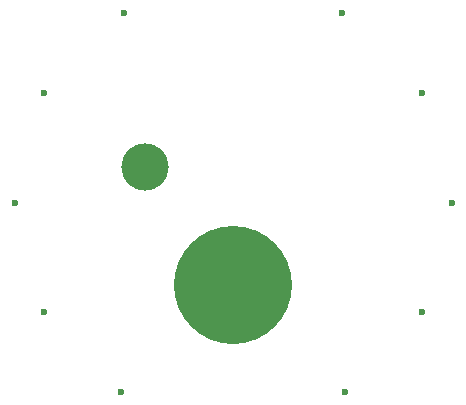
<source format=gbs>
%TF.GenerationSoftware,KiCad,Pcbnew,8.0.7*%
%TF.CreationDate,2024-12-04T22:18:42-06:00*%
%TF.ProjectId,b4,62342e6b-6963-4616-945f-706362585858,rev?*%
%TF.SameCoordinates,Original*%
%TF.FileFunction,Soldermask,Bot*%
%TF.FilePolarity,Negative*%
%FSLAX46Y46*%
G04 Gerber Fmt 4.6, Leading zero omitted, Abs format (unit mm)*
G04 Created by KiCad (PCBNEW 8.0.7) date 2024-12-04 22:18:42*
%MOMM*%
%LPD*%
G01*
G04 APERTURE LIST*
%ADD10C,0.600000*%
%ADD11C,4.000000*%
%ADD12C,10.000000*%
G04 APERTURE END LIST*
D10*
%TO.C,T51*%
X133978530Y-40750000D03*
%TD*%
%TO.C,T43*%
X166021469Y-40750000D03*
%TD*%
%TO.C,T50*%
X131500000Y-50000000D03*
%TD*%
%TO.C,T48*%
X140500000Y-66021469D03*
%TD*%
%TO.C,T44*%
X168500000Y-50000000D03*
%TD*%
%TO.C,T45*%
X166021469Y-59250000D03*
%TD*%
%TO.C,T46*%
X159500000Y-66021469D03*
%TD*%
%TO.C,T52*%
X140750000Y-33978530D03*
%TD*%
%TO.C,T49*%
X133978530Y-59250000D03*
%TD*%
%TO.C,T42*%
X159250000Y-33978530D03*
%TD*%
D11*
%TO.C,REF\u002A\u002A*%
X142500000Y-47000000D03*
%TD*%
D12*
%TO.C,+*%
X150000000Y-57000000D03*
%TD*%
D11*
%TO.C,B2*%
X150000000Y-57000000D03*
%TD*%
M02*

</source>
